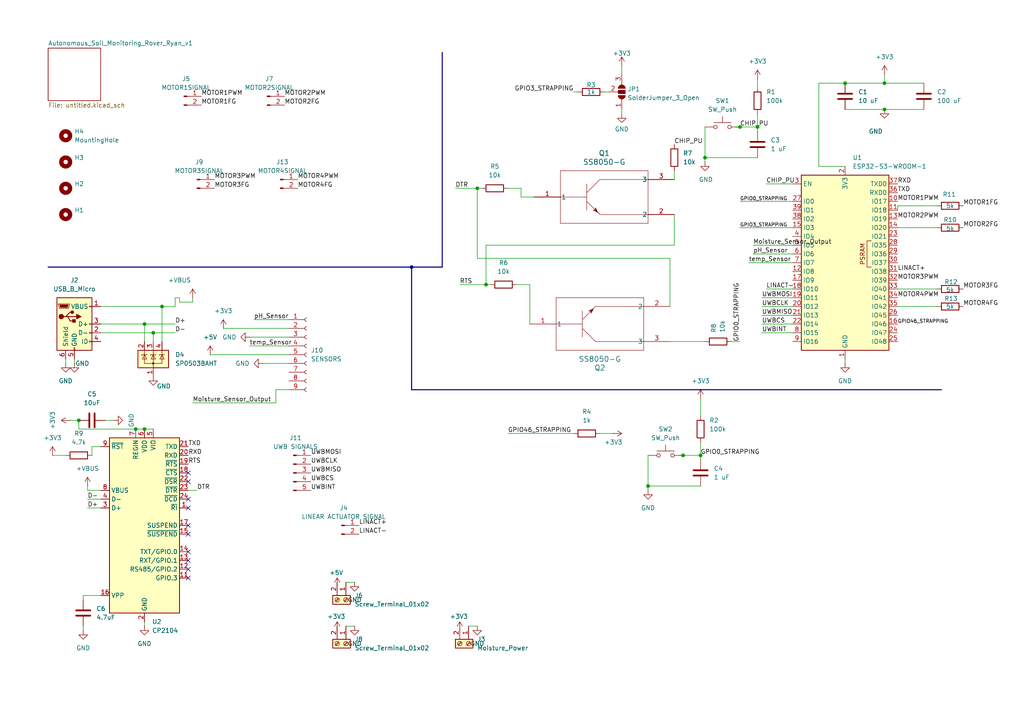
<source format=kicad_sch>
(kicad_sch (version 20231120) (generator "eeschema") (generator_version "8.0")
  (paper "A4")
  (lib_symbols
    (symbol "2024-11-11_01-31-27:SS8050-G" (pin_names (offset 0.254))
      (property "Reference" "Q" (at 20.32 12.7 0))
      (property "Value" "SS8050-G" (at 20.32 10.16 0))
      (symbol "SS8050-G_1_1"
        (polyline (pts (xy 7.62 -7.62) (xy 33.02 -7.62)) (stroke (width 0.127)))
        (polyline (pts (xy 7.62 0) (xy 15.24 0)) (stroke (width 0.127)))
        (polyline (pts (xy 7.62 7.62) (xy 7.62 -7.62)) (stroke (width 0.127)))
        (polyline (pts (xy 15.24 -1.27) (xy 17.78 -3.81)) (stroke (width 0.127)))
        (polyline (pts (xy 15.24 1.27) (xy 19.05 5.08)) (stroke (width 0.127)))
        (polyline (pts (xy 15.24 3.81) (xy 15.24 -3.81)) (stroke (width 0.127)))
        (polyline (pts (xy 17.145 -3.81) (xy 18.415 -4.445)) (stroke (width 0.127)))
        (polyline (pts (xy 17.78 -3.81) (xy 17.145 -3.81)) (stroke (width 0.127)))
        (polyline (pts (xy 17.78 -3.175) (xy 17.78 -3.81)) (stroke (width 0.127)))
        (polyline (pts (xy 18.415 -4.445) (xy 17.78 -3.175)) (stroke (width 0.127)))
        (polyline (pts (xy 18.415 -4.445) (xy 19.05 -5.08)) (stroke (width 0.127)))
        (polyline (pts (xy 19.05 -5.08) (xy 33.02 -5.08)) (stroke (width 0.127)))
        (polyline (pts (xy 19.05 5.08) (xy 33.02 5.08)) (stroke (width 0.127)))
        (polyline (pts (xy 33.02 -7.62) (xy 33.02 7.62)) (stroke (width 0.127)))
        (polyline (pts (xy 33.02 7.62) (xy 7.62 7.62)) (stroke (width 0.127)))
        (polyline (pts (xy 17.145 -3.81) (xy 17.78 -3.81) (xy 17.78 -3.175) (xy 18.415 -4.445)) (fill (type outline)))
        (pin unspecified line (at 0 0 0) (length 7.62) (name "1") (number "1"))
        (pin unspecified line (at 40.64 -5.08 180) (length 7.62) (name "2") (number "2"))
        (pin unspecified line (at 40.64 5.08 180) (length 7.62) (name "3") (number "3"))
      )
    )
    (symbol "Connector:Conn_01x02_Pin" (pin_names (offset 1.016) hide)
      (property "Reference" "J" (at 0 2.54 0))
      (property "Value" "Conn_01x02_Pin" (at 0 -5.08 0))
      (symbol "Conn_01x02_Pin_1_1"
        (polyline (pts (xy 1.27 -2.54) (xy 0.8636 -2.54)) (stroke (width 0.1524)))
        (polyline (pts (xy 1.27 0) (xy 0.8636 0)) (stroke (width 0.1524)))
        (rectangle (start 0.8636 -2.413) (end 0 -2.667) (stroke (width 0.1524)) (fill (type outline)))
        (rectangle (start 0.8636 0.127) (end 0 -0.127) (stroke (width 0.1524)) (fill (type outline)))
        (pin passive line (at 5.08 0 180) (length 3.81) (name "Pin_1") (number "1"))
        (pin passive line (at 5.08 -2.54 180) (length 3.81) (name "Pin_2") (number "2"))
      )
    )
    (symbol "Connector:Conn_01x05_Pin" (pin_names (offset 1.016) hide)
      (property "Reference" "J" (at 0 7.62 0))
      (property "Value" "Conn_01x05_Pin" (at 0 -7.62 0))
      (symbol "Conn_01x05_Pin_1_1"
        (polyline (pts (xy 1.27 -5.08) (xy 0.8636 -5.08)) (stroke (width 0.1524)))
        (polyline (pts (xy 1.27 -2.54) (xy 0.8636 -2.54)) (stroke (width 0.1524)))
        (polyline (pts (xy 1.27 0) (xy 0.8636 0)) (stroke (width 0.1524)))
        (polyline (pts (xy 1.27 2.54) (xy 0.8636 2.54)) (stroke (width 0.1524)))
        (polyline (pts (xy 1.27 5.08) (xy 0.8636 5.08)) (stroke (width 0.1524)))
        (rectangle (start 0.8636 -4.953) (end 0 -5.207) (stroke (width 0.1524)) (fill (type outline)))
        (rectangle (start 0.8636 -2.413) (end 0 -2.667) (stroke (width 0.1524)) (fill (type outline)))
        (rectangle (start 0.8636 0.127) (end 0 -0.127) (stroke (width 0.1524)) (fill (type outline)))
        (rectangle (start 0.8636 2.667) (end 0 2.413) (stroke (width 0.1524)) (fill (type outline)))
        (rectangle (start 0.8636 5.207) (end 0 4.953) (stroke (width 0.1524)) (fill (type outline)))
        (pin passive line (at 5.08 5.08 180) (length 3.81) (name "Pin_1") (number "1"))
        (pin passive line (at 5.08 2.54 180) (length 3.81) (name "Pin_2") (number "2"))
        (pin passive line (at 5.08 0 180) (length 3.81) (name "Pin_3") (number "3"))
        (pin passive line (at 5.08 -2.54 180) (length 3.81) (name "Pin_4") (number "4"))
        (pin passive line (at 5.08 -5.08 180) (length 3.81) (name "Pin_5") (number "5"))
      )
    )
    (symbol "Connector:Conn_01x09_Socket" (pin_names (offset 1.016) hide)
      (property "Reference" "J" (at 0 12.7 0))
      (property "Value" "Conn_01x09_Socket" (at 0 -12.7 0))
      (symbol "Conn_01x09_Socket_1_1"
        (arc (start 0 -9.652) (mid -0.5058 -10.16) (end 0 -10.668) (stroke (width 0.1524)))
        (arc (start 0 -7.112) (mid -0.5058 -7.62) (end 0 -8.128) (stroke (width 0.1524)))
        (arc (start 0 -4.572) (mid -0.5058 -5.08) (end 0 -5.588) (stroke (width 0.1524)))
        (arc (start 0 -2.032) (mid -0.5058 -2.54) (end 0 -3.048) (stroke (width 0.1524)))
        (polyline (pts (xy -1.27 -10.16) (xy -0.508 -10.16)) (stroke (width 0.1524)))
        (polyline (pts (xy -1.27 -7.62) (xy -0.508 -7.62)) (stroke (width 0.1524)))
        (polyline (pts (xy -1.27 -5.08) (xy -0.508 -5.08)) (stroke (width 0.1524)))
        (polyline (pts (xy -1.27 -2.54) (xy -0.508 -2.54)) (stroke (width 0.1524)))
        (polyline (pts (xy -1.27 0) (xy -0.508 0)) (stroke (width 0.1524)))
        (polyline (pts (xy -1.27 2.54) (xy -0.508 2.54)) (stroke (width 0.1524)))
        (polyline (pts (xy -1.27 5.08) (xy -0.508 5.08)) (stroke (width 0.1524)))
        (polyline (pts (xy -1.27 7.62) (xy -0.508 7.62)) (stroke (width 0.1524)))
        (polyline (pts (xy -1.27 10.16) (xy -0.508 10.16)) (stroke (width 0.1524)))
        (arc (start 0 0.508) (mid -0.5058 0) (end 0 -0.508) (stroke (width 0.1524)))
        (arc (start 0 3.048) (mid -0.5058 2.54) (end 0 2.032) (stroke (width 0.1524)))
        (arc (start 0 5.588) (mid -0.5058 5.08) (end 0 4.572) (stroke (width 0.1524)))
        (arc (start 0 8.128) (mid -0.5058 7.62) (end 0 7.112) (stroke (width 0.1524)))
        (arc (start 0 10.668) (mid -0.5058 10.16) (end 0 9.652) (stroke (width 0.1524)))
        (pin passive line (at -5.08 10.16 0) (length 3.81) (name "Pin_1") (number "1"))
        (pin passive line (at -5.08 7.62 0) (length 3.81) (name "Pin_2") (number "2"))
        (pin passive line (at -5.08 5.08 0) (length 3.81) (name "Pin_3") (number "3"))
        (pin passive line (at -5.08 2.54 0) (length 3.81) (name "Pin_4") (number "4"))
        (pin passive line (at -5.08 0 0) (length 3.81) (name "Pin_5") (number "5"))
        (pin passive line (at -5.08 -2.54 0) (length 3.81) (name "Pin_6") (number "6"))
        (pin passive line (at -5.08 -5.08 0) (length 3.81) (name "Pin_7") (number "7"))
        (pin passive line (at -5.08 -7.62 0) (length 3.81) (name "Pin_8") (number "8"))
        (pin passive line (at -5.08 -10.16 0) (length 3.81) (name "Pin_9") (number "9"))
      )
    )
    (symbol "Connector:Screw_Terminal_01x02" (pin_names (offset 1.016) hide)
      (property "Reference" "J" (at 0 2.54 0))
      (property "Value" "Screw_Terminal_01x02" (at 0 -5.08 0))
      (symbol "Screw_Terminal_01x02_1_1"
        (rectangle (start -1.27 1.27) (end 1.27 -3.81) (stroke (width 0.254)) (fill (type background)))
        (circle (center 0 -2.54) (radius 0.635) (stroke (width 0.1524)))
        (polyline (pts (xy -0.5334 -2.2098) (xy 0.3302 -3.048)) (stroke (width 0.1524)))
        (polyline (pts (xy -0.5334 0.3302) (xy 0.3302 -0.508)) (stroke (width 0.1524)))
        (polyline (pts (xy -0.3556 -2.032) (xy 0.508 -2.8702)) (stroke (width 0.1524)))
        (polyline (pts (xy -0.3556 0.508) (xy 0.508 -0.3302)) (stroke (width 0.1524)))
        (circle (center 0 0) (radius 0.635) (stroke (width 0.1524)))
        (pin passive line (at -5.08 0 0) (length 3.81) (name "Pin_1") (number "1"))
        (pin passive line (at -5.08 -2.54 0) (length 3.81) (name "Pin_2") (number "2"))
      )
    )
    (symbol "Connector:USB_B_Micro" (pin_names (offset 1.016))
      (property "Reference" "J" (at -5.08 11.43 0))
      (property "Value" "USB_B_Micro" (at -5.08 8.89 0))
      (symbol "USB_B_Micro_0_1"
        (rectangle (start -5.08 -7.62) (end 5.08 7.62) (stroke (width 0.254)) (fill (type background)))
        (circle (center -3.81 2.159) (radius 0.635) (stroke (width 0.254)) (fill (type outline)))
        (circle (center -0.635 3.429) (radius 0.381) (stroke (width 0.254)) (fill (type outline)))
        (rectangle (start -0.127 -7.62) (end 0.127 -6.858))
        (polyline (pts (xy -1.905 2.159) (xy 0.635 2.159)) (stroke (width 0.254)))
        (polyline (pts (xy -3.175 2.159) (xy -2.54 2.159) (xy -1.27 3.429) (xy -0.635 3.429)) (stroke (width 0.254)))
        (polyline (pts (xy -2.54 2.159) (xy -1.905 2.159) (xy -1.27 0.889) (xy 0 0.889)) (stroke (width 0.254)))
        (polyline (pts (xy 0.635 2.794) (xy 0.635 1.524) (xy 1.905 2.159) (xy 0.635 2.794)) (stroke (width 0.254)) (fill (type outline)))
        (polyline (pts (xy -4.318 5.588) (xy -1.778 5.588) (xy -2.032 4.826) (xy -4.064 4.826) (xy -4.318 5.588)) (fill (type outline)))
        (polyline (pts (xy -4.699 5.842) (xy -4.699 5.588) (xy -4.445 4.826) (xy -4.445 4.572) (xy -1.651 4.572) (xy -1.651 4.826) (xy -1.397 5.588) (xy -1.397 5.842) (xy -4.699 5.842)))
        (rectangle (start 0.254 1.27) (end -0.508 0.508) (stroke (width 0.254)) (fill (type outline)))
        (rectangle (start 5.08 -5.207) (end 4.318 -4.953))
        (rectangle (start 5.08 -2.667) (end 4.318 -2.413))
        (rectangle (start 5.08 -0.127) (end 4.318 0.127))
        (rectangle (start 5.08 4.953) (end 4.318 5.207))
      )
      (symbol "USB_B_Micro_1_1"
        (pin power_out line (at 7.62 5.08 180) (length 2.54) (name "VBUS") (number "1"))
        (pin bidirectional line (at 7.62 -2.54 180) (length 2.54) (name "D-") (number "2"))
        (pin bidirectional line (at 7.62 0 180) (length 2.54) (name "D+") (number "3"))
        (pin passive line (at 7.62 -5.08 180) (length 2.54) (name "ID") (number "4"))
        (pin power_out line (at 0 -10.16 90) (length 2.54) (name "GND") (number "5"))
        (pin passive line (at -2.54 -10.16 90) (length 2.54) (name "Shield") (number "6"))
      )
    )
    (symbol "Device:C" (pin_numbers hide) (pin_names (offset 0.254))
      (property "Reference" "C" (at 0.635 2.54 0))
      (property "Value" "C" (at 0.635 -2.54 0))
      (symbol "C_0_1"
        (polyline (pts (xy -2.032 -0.762) (xy 2.032 -0.762)) (stroke (width 0.508)))
        (polyline (pts (xy -2.032 0.762) (xy 2.032 0.762)) (stroke (width 0.508)))
      )
      (symbol "C_1_1"
        (pin passive line (at 0 3.81 270) (length 2.794) (name "~") (number "1"))
        (pin passive line (at 0 -3.81 90) (length 2.794) (name "~") (number "2"))
      )
    )
    (symbol "Device:R" (pin_numbers hide) (pin_names (offset 0))
      (property "Reference" "R" (at 2.032 0 90))
      (property "Value" "R" (at 0 0 90))
      (symbol "R_0_1"
        (rectangle (start -1.016 -2.54) (end 1.016 2.54) (stroke (width 0.254)))
      )
      (symbol "R_1_1"
        (pin passive line (at 0 3.81 270) (length 1.27) (name "~") (number "1"))
        (pin passive line (at 0 -3.81 90) (length 1.27) (name "~") (number "2"))
      )
    )
    (symbol "Interface_USB:CP2104"
      (property "Reference" "U" (at -5.08 28.575 0))
      (property "Value" "CP2104" (at -5.08 26.67 0))
      (symbol "CP2104_1_1"
        (rectangle (start -10.16 25.4) (end 10.16 -25.4) (stroke (width 0.254)) (fill (type background)))
        (pin input line (at 12.7 5.08 180) (length 2.54) (name "~{RI}") (number "1"))
        (pin no_connect line (at 10.16 -20.32 180) (length 2.54) hide (name "NC") (number "10"))
        (pin bidirectional line (at 12.7 -15.24 180) (length 2.54) (name "GPIO.3") (number "11"))
        (pin bidirectional line (at 12.7 -12.7 180) (length 2.54) (name "RS485/GPIO.2") (number "12"))
        (pin bidirectional line (at 12.7 -10.16 180) (length 2.54) (name "RXT/GPIO.1") (number "13"))
        (pin bidirectional line (at 12.7 -7.62 180) (length 2.54) (name "TXT/GPIO.0") (number "14"))
        (pin output line (at 12.7 -2.54 180) (length 2.54) (name "~{SUSPEND}") (number "15"))
        (pin passive line (at -12.7 -20.32 0) (length 2.54) (name "VPP") (number "16"))
        (pin output line (at 12.7 0 180) (length 2.54) (name "SUSPEND") (number "17"))
        (pin input line (at 12.7 15.24 180) (length 2.54) (name "~{CTS}") (number "18"))
        (pin output line (at 12.7 17.78 180) (length 2.54) (name "~{RTS}") (number "19"))
        (pin power_in line (at 0 -27.94 90) (length 2.54) (name "GND") (number "2"))
        (pin input line (at 12.7 20.32 180) (length 2.54) (name "RXD") (number "20"))
        (pin output line (at 12.7 22.86 180) (length 2.54) (name "TXD") (number "21"))
        (pin input line (at 12.7 12.7 180) (length 2.54) (name "~{DSR}") (number "22"))
        (pin output line (at 12.7 10.16 180) (length 2.54) (name "~{DTR}") (number "23"))
        (pin input line (at 12.7 7.62 180) (length 2.54) (name "~{DCD}") (number "24"))
        (pin passive line (at 0 -27.94 90) (length 2.54) hide (name "GND") (number "25"))
        (pin bidirectional line (at -12.7 5.08 0) (length 2.54) (name "D+") (number "3"))
        (pin bidirectional line (at -12.7 7.62 0) (length 2.54) (name "D-") (number "4"))
        (pin power_in line (at 2.54 27.94 270) (length 2.54) (name "VIO") (number "5"))
        (pin power_in line (at 0 27.94 270) (length 2.54) (name "VDD") (number "6"))
        (pin power_in line (at -2.54 27.94 270) (length 2.54) (name "REGIN") (number "7"))
        (pin input line (at -12.7 10.16 0) (length 2.54) (name "VBUS") (number "8"))
        (pin bidirectional line (at -12.7 22.86 0) (length 2.54) (name "~{RST}") (number "9"))
      )
    )
    (symbol "Jumper:SolderJumper_3_Open" (pin_names (offset 0) hide)
      (property "Reference" "JP" (at -2.54 -2.54 0))
      (property "Value" "SolderJumper_3_Open" (at 0 2.794 0))
      (symbol "SolderJumper_3_Open_0_1"
        (arc (start -1.016 1.016) (mid -2.0275 0) (end -1.016 -1.016))
        (arc (start -1.016 1.016) (mid -2.0275 0) (end -1.016 -1.016) (fill (type outline)))
        (rectangle (start -0.508 1.016) (end 0.508 -1.016) (fill (type outline)))
        (polyline (pts (xy -2.54 0) (xy -2.032 0)))
        (polyline (pts (xy -1.016 1.016) (xy -1.016 -1.016)))
        (polyline (pts (xy 0 -1.27) (xy 0 -1.016)))
        (polyline (pts (xy 1.016 1.016) (xy 1.016 -1.016)))
        (polyline (pts (xy 2.54 0) (xy 2.032 0)))
        (arc (start 1.016 -1.016) (mid 2.0275 0) (end 1.016 1.016))
        (arc (start 1.016 -1.016) (mid 2.0275 0) (end 1.016 1.016) (fill (type outline)))
      )
      (symbol "SolderJumper_3_Open_1_1"
        (pin passive line (at -5.08 0 0) (length 2.54) (name "A") (number "1"))
        (pin passive line (at 0 -3.81 90) (length 2.54) (name "C") (number "2"))
        (pin passive line (at 5.08 0 180) (length 2.54) (name "B") (number "3"))
      )
    )
    (symbol "Mechanical:MountingHole" (pin_names (offset 1.016)) (exclude_from_sim yes) (in_bom no)
      (property "Reference" "H" (at 0 5.08 0))
      (property "Value" "MountingHole" (at 0 3.175 0))
      (symbol "MountingHole_0_1"
        (circle (center 0 0) (radius 1.27) (stroke (width 1.27)))
      )
    )
    (symbol "Power_Protection:SP0503BAHT" (pin_names hide)
      (property "Reference" "D" (at 5.715 2.54 0))
      (property "Value" "SP0503BAHT" (at 5.715 0.635 0))
      (symbol "SP0503BAHT_0_0"
        (pin passive line (at 0 -5.08 90) (length 2.54) (name "A") (number "1"))
      )
      (symbol "SP0503BAHT_0_1"
        (rectangle (start -4.445 2.54) (end 4.445 -2.54) (stroke (width 0.254)) (fill (type background)))
        (circle (center 0 -1.27) (radius 0.254) (fill (type outline)))
        (polyline (pts (xy -2.54 2.54) (xy -2.54 1.27)))
        (polyline (pts (xy 0 -1.27) (xy 0 -2.54)))
        (polyline (pts (xy 0 -1.27) (xy 0 1.27)))
        (polyline (pts (xy 0 2.54) (xy 0 1.27)))
        (polyline (pts (xy 0.635 1.27) (xy 0.762 1.27)))
        (polyline (pts (xy 2.54 2.54) (xy 2.54 1.27)))
        (polyline (pts (xy 0.635 1.27) (xy -0.762 1.27) (xy -0.762 1.016)))
        (polyline (pts (xy -3.302 1.016) (xy -3.302 1.27) (xy -1.905 1.27) (xy -1.778 1.27)))
        (polyline (pts (xy -2.54 1.27) (xy -2.54 -1.27) (xy 2.54 -1.27) (xy 2.54 1.27)))
        (polyline (pts (xy -2.54 1.27) (xy -1.905 0) (xy -3.175 0) (xy -2.54 1.27)))
        (polyline (pts (xy 0.635 0) (xy -0.635 0) (xy 0 1.27) (xy 0.635 0)))
        (polyline (pts (xy 1.778 1.016) (xy 1.778 1.27) (xy 3.175 1.27) (xy 3.302 1.27)))
        (polyline (pts (xy 2.54 1.27) (xy 1.905 0) (xy 3.175 0) (xy 2.54 1.27)))
      )
      (symbol "SP0503BAHT_1_1"
        (pin passive line (at -2.54 5.08 270) (length 2.54) (name "K") (number "2"))
        (pin passive line (at 0 5.08 270) (length 2.54) (name "K") (number "3"))
        (pin passive line (at 2.54 5.08 270) (length 2.54) (name "K") (number "4"))
      )
    )
    (symbol "RF_Module:ESP32-S3-WROOM-1"
      (property "Reference" "U" (at -12.7 26.67 0))
      (property "Value" "ESP32-S3-WROOM-1" (at 12.7 26.67 0))
      (symbol "ESP32-S3-WROOM-1_0_0"
        (rectangle (start -12.7 25.4) (end 12.7 -25.4) (stroke (width 0.254)) (fill (type background)))
        (text "PSRAM" (at 5.08 2.54 900) (effects (font (size 1.27 1.27))))
      )
      (symbol "ESP32-S3-WROOM-1_0_1"
        (polyline (pts (xy 7.62 -1.27) (xy 6.35 -1.27) (xy 6.35 6.35) (xy 7.62 6.35)))
      )
      (symbol "ESP32-S3-WROOM-1_1_1"
        (pin power_in line (at 0 -27.94 90) (length 2.54) (name "GND") (number "1"))
        (pin bidirectional line (at 15.24 17.78 180) (length 2.54) (name "IO17") (number "10"))
        (pin bidirectional line (at 15.24 15.24 180) (length 2.54) (name "IO18") (number "11"))
        (pin bidirectional line (at -15.24 -2.54 0) (length 2.54) (name "IO8") (number "12"))
        (pin bidirectional line (at 15.24 12.7 180) (length 2.54) (name "IO19") (number "13"))
        (pin bidirectional line (at 15.24 10.16 180) (length 2.54) (name "IO20") (number "14"))
        (pin bidirectional line (at -15.24 10.16 0) (length 2.54) (name "IO3") (number "15"))
        (pin bidirectional line (at 15.24 -17.78 180) (length 2.54) (name "IO46") (number "16"))
        (pin bidirectional line (at -15.24 -5.08 0) (length 2.54) (name "IO9") (number "17"))
        (pin bidirectional line (at -15.24 -7.62 0) (length 2.54) (name "IO10") (number "18"))
        (pin bidirectional line (at -15.24 -10.16 0) (length 2.54) (name "IO11") (number "19"))
        (pin power_in line (at 0 27.94 270) (length 2.54) (name "3V3") (number "2"))
        (pin bidirectional line (at -15.24 -12.7 0) (length 2.54) (name "IO12") (number "20"))
        (pin bidirectional line (at -15.24 -15.24 0) (length 2.54) (name "IO13") (number "21"))
        (pin bidirectional line (at -15.24 -17.78 0) (length 2.54) (name "IO14") (number "22"))
        (pin bidirectional line (at 15.24 7.62 180) (length 2.54) (name "IO21") (number "23"))
        (pin bidirectional line (at 15.24 -20.32 180) (length 2.54) (name "IO47") (number "24"))
        (pin bidirectional line (at 15.24 -22.86 180) (length 2.54) (name "IO48") (number "25"))
        (pin bidirectional line (at 15.24 -15.24 180) (length 2.54) (name "IO45") (number "26"))
        (pin bidirectional line (at -15.24 17.78 0) (length 2.54) (name "IO0") (number "27"))
        (pin bidirectional line (at 15.24 5.08 180) (length 2.54) (name "IO35") (number "28"))
        (pin bidirectional line (at 15.24 2.54 180) (length 2.54) (name "IO36") (number "29"))
        (pin input line (at -15.24 22.86 0) (length 2.54) (name "EN") (number "3"))
        (pin bidirectional line (at 15.24 0 180) (length 2.54) (name "IO37") (number "30"))
        (pin bidirectional line (at 15.24 -2.54 180) (length 2.54) (name "IO38") (number "31"))
        (pin bidirectional line (at 15.24 -5.08 180) (length 2.54) (name "IO39") (number "32"))
        (pin bidirectional line (at 15.24 -7.62 180) (length 2.54) (name "IO40") (number "33"))
        (pin bidirectional line (at 15.24 -10.16 180) (length 2.54) (name "IO41") (number "34"))
        (pin bidirectional line (at 15.24 -12.7 180) (length 2.54) (name "IO42") (number "35"))
        (pin bidirectional line (at 15.24 20.32 180) (length 2.54) (name "RXD0") (number "36"))
        (pin bidirectional line (at 15.24 22.86 180) (length 2.54) (name "TXD0") (number "37"))
        (pin bidirectional line (at -15.24 12.7 0) (length 2.54) (name "IO2") (number "38"))
        (pin bidirectional line (at -15.24 15.24 0) (length 2.54) (name "IO1") (number "39"))
        (pin bidirectional line (at -15.24 7.62 0) (length 2.54) (name "IO4") (number "4"))
        (pin passive line (at 0 -27.94 90) (length 2.54) hide (name "GND") (number "40"))
        (pin passive line (at 0 -27.94 90) (length 2.54) hide (name "GND") (number "41"))
        (pin bidirectional line (at -15.24 5.08 0) (length 2.54) (name "IO5") (number "5"))
        (pin bidirectional line (at -15.24 2.54 0) (length 2.54) (name "IO6") (number "6"))
        (pin bidirectional line (at -15.24 0 0) (length 2.54) (name "IO7") (number "7"))
        (pin bidirectional line (at -15.24 -20.32 0) (length 2.54) (name "IO15") (number "8"))
        (pin bidirectional line (at -15.24 -22.86 0) (length 2.54) (name "IO16") (number "9"))
      )
    )
    (symbol "Switch:SW_Push" (pin_numbers hide) (pin_names (offset 1.016) hide)
      (property "Reference" "SW" (at 1.27 2.54 0))
      (property "Value" "SW_Push" (at 0 -1.524 0))
      (symbol "SW_Push_0_1"
        (circle (center -2.032 0) (radius 0.508))
        (polyline (pts (xy 0 1.27) (xy 0 3.048)))
        (polyline (pts (xy 2.54 1.27) (xy -2.54 1.27)))
        (circle (center 2.032 0) (radius 0.508))
        (pin passive line (at -5.08 0 0) (length 2.54) (name "1") (number "1"))
        (pin passive line (at 5.08 0 180) (length 2.54) (name "2") (number "2"))
      )
    )
    (symbol "basic:R" (pin_numbers hide) (pin_names (offset 0))
      (property "Value" "R" (at 0 0 90))
      (symbol "R_0_1"
        (rectangle (start -1.016 -2.54) (end 1.016 2.54) (stroke (width 0.254)))
      )
      (symbol "R_1_1"
        (pin passive line (at 0 3.81 270) (length 1.27) (name "~") (number "1"))
        (pin passive line (at 0 -3.81 90) (length 1.27) (name "~") (number "2"))
      )
    )
    (symbol "power:+12V" (power) (pin_numbers hide) (pin_names (offset 0) hide)
      (property "Value" "+12V" (at 0 3.556 0))
      (symbol "+12V_0_1"
        (polyline (pts (xy -0.762 1.27) (xy 0 2.54)))
        (polyline (pts (xy 0 0) (xy 0 2.54)))
        (polyline (pts (xy 0 2.54) (xy 0.762 1.27)))
      )
      (symbol "+12V_1_1"
        (pin power_in line (at 0 0 90) (length 0) (name "~") (number "1"))
      )
    )
    (symbol "power:+3V3" (power) (pin_numbers hide) (pin_names (offset 0) hide)
      (property "Value" "+3V3" (at 0 3.556 0))
      (symbol "+3V3_0_1"
        (polyline (pts (xy -0.762 1.27) (xy 0 2.54)))
        (polyline (pts (xy 0 0) (xy 0 2.54)))
        (polyline (pts (xy 0 2.54) (xy 0.762 1.27)))
      )
      (symbol "+3V3_1_1"
        (pin power_in line (at 0 0 90) (length 0) (name "~") (number "1"))
      )
    )
    (symbol "power:+5V" (power) (pin_numbers hide) (pin_names (offset 0) hide)
      (property "Value" "+5V" (at 0 3.556 0))
      (symbol "+5V_0_1"
        (polyline (pts (xy -0.762 1.27) (xy 0 2.54)))
        (polyline (pts (xy 0 0) (xy 0 2.54)))
        (polyline (pts (xy 0 2.54) (xy 0.762 1.27)))
      )
      (symbol "+5V_1_1"
        (pin power_in line (at 0 0 90) (length 0) (name "~") (number "1"))
      )
    )
    (symbol "power:GND" (power) (pin_numbers hide) (pin_names (offset 0) hide)
      (property "Value" "GND" (at 0 -3.81 0))
      (symbol "GND_0_1"
        (polyline (pts (xy 0 0) (xy 0 -1.27) (xy 1.27 -1.27) (xy 0 -2.54) (xy -1.27 -1.27) (xy 0 -1.27)))
      )
      (symbol "GND_1_1"
        (pin power_in line (at 0 0 270) (length 0) (name "~") (number "1"))
      )
    )
  )
  (junction (at 39.37 124.46))
  (junction (at 187.96 140.97))
  (junction (at 119.38 77.47))
  (junction (at 44.45 96.52))
  (junction (at 256.54 24.13))
  (junction (at 46.99 88.9))
  (junction (at 138.43 54.61))
  (junction (at 219.71 36.83))
  (junction (at 245.11 24.13))
  (junction (at 140.97 82.55))
  (junction (at 203.2 132.08))
  (junction (at 41.91 124.46))
  (junction (at 22.86 121.92))
  (junction (at 204.47 45.72))
  (junction (at 214.63 36.83))
  (junction (at 41.91 93.98))
  (junction (at 198.12 132.08))
  (junction (at 256.54 31.75))
  (no_connect (at 54.61 152.4))
  (no_connect (at 54.61 162.56))
  (no_connect (at 54.61 139.7))
  (no_connect (at 54.61 167.64))
  (no_connect (at 54.61 137.16))
  (no_connect (at 54.61 165.1))
  (no_connect (at 54.61 154.94))
  (no_connect (at 54.61 160.02))
  (no_connect (at 54.61 147.32))
  (no_connect (at 54.61 144.78))
  (wire (pts (xy 132.08 54.61) (xy 138.43 54.61)))
  (wire (pts (xy 204.47 45.72) (xy 204.47 46.99)))
  (wire (pts (xy 39.37 124.46) (xy 41.91 124.46)))
  (wire (pts (xy 220.98 96.52) (xy 229.87 96.52)))
  (wire (pts (xy 218.44 71.12) (xy 229.87 71.12)))
  (wire (pts (xy 26.67 132.08) (xy 26.67 129.54)))
  (wire (pts (xy 222.25 53.34) (xy 229.87 53.34)))
  (wire (pts (xy 80.01 116.84) (xy 80.01 113.03)))
  (wire (pts (xy 44.45 96.52) (xy 44.45 99.06)))
  (wire (pts (xy 166.37 26.67) (xy 167.64 26.67)))
  (wire (pts (xy 195.58 71.12) (xy 195.58 62.23)))
  (wire (pts (xy 26.67 129.54) (xy 29.21 129.54)))
  (wire (pts (xy 187.96 140.97) (xy 187.96 142.24)))
  (wire (pts (xy 52.07 87.63) (xy 55.88 87.63)))
  (wire (pts (xy 245.11 105.41) (xy 245.11 104.14)))
  (wire (pts (xy 219.71 36.83) (xy 219.71 38.1)))
  (wire (pts (xy 204.47 45.72) (xy 219.71 45.72)))
  (wire (pts (xy 60.96 102.87) (xy 83.82 102.87)))
  (wire (pts (xy 212.09 99.06) (xy 214.63 99.06)))
  (wire (pts (xy 214.63 36.83) (xy 219.71 36.83)))
  (wire (pts (xy 76.2 105.41) (xy 83.82 105.41)))
  (wire (pts (xy 195.58 49.53) (xy 195.58 52.07)))
  (wire (pts (xy 41.91 124.46) (xy 44.45 124.46)))
  (bus (pts (xy 13.97 77.47) (xy 119.38 77.47)))
  (wire (pts (xy 46.99 88.9) (xy 50.8 88.9)))
  (wire (pts (xy 204.47 36.83) (xy 204.47 45.72)))
  (wire (pts (xy 154.94 57.15) (xy 151.13 57.15)))
  (wire (pts (xy 220.98 91.44) (xy 229.87 91.44)))
  (wire (pts (xy 271.78 83.82) (xy 260.35 83.82)))
  (wire (pts (xy 219.71 22.86) (xy 219.71 25.4)))
  (wire (pts (xy 194.31 99.06) (xy 204.47 99.06)))
  (wire (pts (xy 80.01 113.03) (xy 83.82 113.03)))
  (wire (pts (xy 214.63 66.04) (xy 229.87 66.04)))
  (wire (pts (xy 41.91 93.98) (xy 41.91 99.06)))
  (wire (pts (xy 217.17 76.2) (xy 229.87 76.2)))
  (wire (pts (xy 138.43 54.61) (xy 138.43 74.93)))
  (wire (pts (xy 196.85 132.08) (xy 198.12 132.08)))
  (wire (pts (xy 271.78 88.9) (xy 260.35 88.9)))
  (wire (pts (xy 44.45 96.52) (xy 50.8 96.52)))
  (wire (pts (xy 73.66 92.71) (xy 83.82 92.71)))
  (wire (pts (xy 25.4 147.32) (xy 29.21 147.32)))
  (wire (pts (xy 97.79 182.88) (xy 97.79 181.61)))
  (wire (pts (xy 187.96 132.08) (xy 187.96 140.97)))
  (wire (pts (xy 220.98 93.98) (xy 229.87 93.98)))
  (wire (pts (xy 271.78 59.69) (xy 260.35 59.69)))
  (wire (pts (xy 256.54 21.59) (xy 256.54 24.13)))
  (wire (pts (xy 50.8 86.36) (xy 52.07 86.36)))
  (wire (pts (xy 72.39 100.33) (xy 83.82 100.33)))
  (wire (pts (xy 173.99 125.73) (xy 177.8 125.73)))
  (wire (pts (xy 29.21 96.52) (xy 44.45 96.52)))
  (wire (pts (xy 138.43 54.61) (xy 139.7 54.61)))
  (wire (pts (xy 180.34 19.05) (xy 180.34 21.59)))
  (wire (pts (xy 140.97 82.55) (xy 142.24 82.55)))
  (wire (pts (xy 55.88 116.84) (xy 80.01 116.84)))
  (wire (pts (xy 203.2 115.57) (xy 203.2 120.65)))
  (wire (pts (xy 214.63 58.42) (xy 229.87 58.42)))
  (wire (pts (xy 22.86 121.92) (xy 22.86 124.46)))
  (wire (pts (xy 237.49 48.26) (xy 245.11 48.26)))
  (wire (pts (xy 55.88 87.63) (xy 55.88 86.36)))
  (wire (pts (xy 20.32 121.92) (xy 22.86 121.92)))
  (wire (pts (xy 100.33 168.91) (xy 102.87 168.91)))
  (wire (pts (xy 97.79 170.18) (xy 97.79 168.91)))
  (wire (pts (xy 245.11 24.13) (xy 256.54 24.13)))
  (wire (pts (xy 133.35 82.55) (xy 140.97 82.55)))
  (wire (pts (xy 46.99 99.06) (xy 46.99 88.9)))
  (wire (pts (xy 237.49 24.13) (xy 237.49 48.26)))
  (wire (pts (xy 153.67 82.55) (xy 149.86 82.55)))
  (bus (pts (xy 128.27 15.24) (xy 128.27 77.47)))
  (wire (pts (xy 203.2 132.08) (xy 203.2 128.27)))
  (wire (pts (xy 52.07 86.36) (xy 52.07 87.63)))
  (wire (pts (xy 153.67 93.98) (xy 153.67 82.55)))
  (wire (pts (xy 135.89 181.61) (xy 138.43 181.61)))
  (wire (pts (xy 203.2 132.08) (xy 203.2 133.35)))
  (wire (pts (xy 24.13 173.99) (xy 24.13 172.72)))
  (wire (pts (xy 175.26 26.67) (xy 176.53 26.67)))
  (wire (pts (xy 256.54 24.13) (xy 267.97 24.13)))
  (wire (pts (xy 33.02 121.92) (xy 30.48 121.92)))
  (wire (pts (xy 29.21 142.24) (xy 25.4 142.24)))
  (wire (pts (xy 50.8 88.9) (xy 50.8 86.36)))
  (wire (pts (xy 151.13 57.15) (xy 151.13 54.61)))
  (bus (pts (xy 119.38 113.03) (xy 273.05 113.03)))
  (wire (pts (xy 19.05 105.41) (xy 19.05 104.14)))
  (wire (pts (xy 29.21 93.98) (xy 41.91 93.98)))
  (wire (pts (xy 64.77 95.25) (xy 83.82 95.25)))
  (wire (pts (xy 25.4 144.78) (xy 29.21 144.78)))
  (wire (pts (xy 41.91 181.61) (xy 41.91 180.34)))
  (wire (pts (xy 100.33 181.61) (xy 102.87 181.61)))
  (wire (pts (xy 220.98 86.36) (xy 229.87 86.36)))
  (wire (pts (xy 218.44 73.66) (xy 229.87 73.66)))
  (bus (pts (xy 119.38 77.47) (xy 128.27 77.47)))
  (wire (pts (xy 21.59 104.14) (xy 21.59 105.41)))
  (wire (pts (xy 147.32 125.73) (xy 166.37 125.73)))
  (bus (pts (xy 119.38 77.47) (xy 119.38 113.03)))
  (wire (pts (xy 180.34 31.75) (xy 180.34 33.02)))
  (wire (pts (xy 22.86 124.46) (xy 39.37 124.46)))
  (wire (pts (xy 29.21 88.9) (xy 46.99 88.9)))
  (wire (pts (xy 187.96 140.97) (xy 203.2 140.97)))
  (wire (pts (xy 15.24 132.08) (xy 19.05 132.08)))
  (wire (pts (xy 198.12 132.08) (xy 203.2 132.08)))
  (wire (pts (xy 133.35 182.88) (xy 133.35 181.61)))
  (wire (pts (xy 41.91 93.98) (xy 50.8 93.98)))
  (wire (pts (xy 260.35 59.69) (xy 260.35 60.96)))
  (wire (pts (xy 260.35 66.04) (xy 271.78 66.04)))
  (wire (pts (xy 151.13 54.61) (xy 147.32 54.61)))
  (wire (pts (xy 219.71 36.83) (xy 219.71 33.02)))
  (wire (pts (xy 57.15 142.24) (xy 54.61 142.24)))
  (wire (pts (xy 140.97 71.12) (xy 195.58 71.12)))
  (wire (pts (xy 24.13 182.88) (xy 24.13 181.61)))
  (wire (pts (xy 222.25 83.82) (xy 229.87 83.82)))
  (wire (pts (xy 138.43 74.93) (xy 194.31 74.93)))
  (wire (pts (xy 256.54 31.75) (xy 267.97 31.75)))
  (wire (pts (xy 25.4 142.24) (xy 25.4 140.97)))
  (wire (pts (xy 237.49 24.13) (xy 245.11 24.13)))
  (wire (pts (xy 213.36 36.83) (xy 214.63 36.83)))
  (wire (pts (xy 24.13 172.72) (xy 29.21 172.72)))
  (wire (pts (xy 194.31 74.93) (xy 194.31 88.9)))
  (wire (pts (xy 140.97 82.55) (xy 140.97 71.12)))
  (wire (pts (xy 72.39 97.79) (xy 83.82 97.79)))
  (wire (pts (xy 220.98 88.9) (xy 229.87 88.9)))
  (wire (pts (xy 245.11 31.75) (xy 256.54 31.75)))
  (label "UWBCLK" (at 90.17 134.62 0))
  (label "GPIO0_STRAPPING" (at 203.2 132.08 0))
  (label "RXD" (at 54.61 132.08 0))
  (label "UWBMISO" (at 220.98 91.44 0))
  (label "temp_Sensor" (at 72.39 100.33 0))
  (label "GPIO3_STRAPPING" (at 166.37 26.67 180))
  (label "MOTOR4FG" (at 279.4 88.9 0))
  (label "MOTOR4FG" (at 86.36 54.61 0))
  (label "UWBINT" (at 220.98 96.52 0))
  (label "TXD" (at 54.61 129.54 0))
  (label "MOTOR1FG" (at 279.4 59.69 0))
  (label "CHIP_PU" (at 214.63 36.83 0))
  (label "UWBINT" (at 90.17 142.24 0))
  (label "GPIO46_STRAPPING" (at 147.32 125.73 0))
  (label "MOTOR1FG" (at 58.42 30.48 0))
  (label "LINACT+" (at 260.35 78.74 0))
  (label "D-" (at 50.8 96.52 0))
  (label "MOTOR4PWM" (at 260.35 86.36 0))
  (label "LINACT-" (at 222.25 83.82 0))
  (label "MOTOR1PWM" (at 58.42 27.94 0))
  (label "RXD" (at 260.35 53.34 0))
  (label "LINACT-" (at 104.14 154.94 0))
  (label "UWBMOSI" (at 90.17 132.08 0))
  (label "UWBMOSI" (at 220.98 86.36 0))
  (label "pH_Sensor" (at 73.66 92.71 0))
  (label "MOTOR4PWM" (at 86.36 52.07 0))
  (label "TXD" (at 260.35 55.88 0))
  (label "Moisture_Sensor_Output" (at 218.44 71.12 0))
  (label "GPIO46_STRAPPING" (at 260.35 93.98 0) (effects (font (size 1.016 1.016))))
  (label "LINACT+" (at 104.14 152.4 0))
  (label "Moisture_Sensor_Output" (at 55.88 116.84 0))
  (label "GPIO0_STRAPPING" (at 214.63 58.42 0) (effects (font (size 1.016 1.016))))
  (label "UWBCS" (at 220.98 93.98 0))
  (label "RTS" (at 54.61 134.62 0))
  (label "D+" (at 25.4 147.32 0))
  (label "MOTOR2PWM" (at 260.35 63.5 0))
  (label "DTR" (at 57.15 142.24 0))
  (label "MOTOR2FG" (at 279.4 66.04 0))
  (label "MOTOR3PWM" (at 62.23 52.07 0))
  (label "MOTOR3FG" (at 279.4 83.82 0))
  (label "MOTOR1PWM" (at 260.35 58.42 0))
  (label "MOTOR3FG" (at 62.23 54.61 0))
  (label "DTR" (at 132.08 54.61 0))
  (label "MOTOR2PWM" (at 82.55 27.94 0))
  (label "CHIP_PU" (at 195.58 41.91 0))
  (label "RTS" (at 133.35 82.55 0))
  (label "GPIO0_STRAPPING" (at 214.63 99.06 90))
  (label "CHIP_PU" (at 222.25 53.34 0))
  (label "UWBCLK" (at 220.98 88.9 0))
  (label "GPIO3_STRAPPING" (at 214.63 66.04 0) (effects (font (size 1.016 1.016))))
  (label "UWBMISO" (at 90.17 137.16 0))
  (label "D+" (at 50.8 93.98 0))
  (label "MOTOR3PWM" (at 260.35 81.28 0))
  (label "pH_Sensor" (at 218.44 73.66 0))
  (label "D-" (at 25.4 144.78 0))
  (label "UWBCS" (at 90.17 139.7 0))
  (label "temp_Sensor" (at 217.17 76.2 0))
  (label "MOTOR2FG" (at 82.55 30.48 0))
  (symbol (lib_id "Device:C") (at 203.2 137.16 0) (unit 1)
    (property "Reference" "C4" (at 207.01 135.8899 0) (effects (justify left)))
    (property "Value" "1 uF" (at 207.01 138.4299 0) (effects (justify left)))
    (property "Footprint" "Capacitor_SMD:C_0805_2012Metric_Pad1.18x1.45mm_HandSolder" (effects (hide yes)))
    (property "Description" "Unpolarized capacitor" (effects (hide yes)))
  )
  (symbol (lib_id "power:+3V3") (at 15.24 132.08 0) (unit 1)
    (property "Reference" "#PWR033" (effects (hide yes)))
    (property "Value" "+3V3" (at 15.24 127 0))
    (property "Description" "Power symbol creates a global label with name \"+3V3\"" (effects (hide yes)))
  )
  (symbol (lib_id "power:GND") (at 19.05 105.41 0) (unit 1)
    (property "Reference" "#PWR034" (effects (hide yes)))
    (property "Value" "GND" (at 19.05 110.49 0))
    (property "Description" "Power symbol creates a global label with name \"GND\" , ground" (effects (hide yes)))
  )
  (symbol (lib_id "Connector:Conn_01x02_Pin") (at 99.06 152.4 0) (unit 1)
    (property "Reference" "J4" (at 99.695 147.32 0))
    (property "Value" "LINEAR ACTUATOR SIGNAL" (at 99.695 149.86 0))
    (property "Footprint" "TerminalBlock_Phoenix:TerminalBlock_Phoenix_MKDS-1,5-2-5.08_1x02_P5.08mm_Horizontal" (effects (hide yes)))
    (property "Description" "Generic connector, single row, 01x02, script generated" (effects (hide yes)))
  )
  (symbol (lib_id "Connector:Conn_01x02_Pin") (at 53.34 27.94 0) (unit 1)
    (property "Reference" "J5" (at 53.975 22.86 0))
    (property "Value" "MOTOR1SIGNAL" (at 53.975 25.4 0))
    (property "Footprint" "TerminalBlock_Phoenix:TerminalBlock_Phoenix_MKDS-1,5-2-5.08_1x02_P5.08mm_Horizontal" (effects (hide yes)))
    (property "Description" "Generic connector, single row, 01x02, script generated" (effects (hide yes)))
  )
  (symbol (lib_id "power:GND") (at 76.2 105.41 270) (unit 1)
    (property "Reference" "#PWR051" (effects (hide yes)))
    (property "Value" "GND" (at 72.39 105.4099 90) (effects (justify right)))
    (property "Description" "Power symbol creates a global label with name \"GND\" , ground" (effects (hide yes)))
  )
  (symbol (lib_id "Device:C") (at 219.71 41.91 0) (unit 1)
    (property "Reference" "C3" (at 223.52 40.6399 0) (effects (justify left)))
    (property "Value" "1 uF" (at 223.52 43.1799 0) (effects (justify left)))
    (property "Footprint" "Capacitor_SMD:C_0805_2012Metric_Pad1.18x1.45mm_HandSolder" (effects (hide yes)))
    (property "Description" "Unpolarized capacitor" (effects (hide yes)))
  )
  (symbol (lib_id "Interface_USB:CP2104") (at 41.91 152.4 0) (unit 1)
    (property "Reference" "U2" (at 44.1041 180.34 0) (effects (justify left)))
    (property "Value" "CP2104" (at 44.1041 182.88 0) (effects (justify left)))
    (property "Footprint" "Package_DFN_QFN:QFN-24-1EP_4x4mm_P0.5mm_EP2.6x2.6mm" (effects (hide yes)))
    (property "Datasheet" "https://www.silabs.com/documents/public/data-sheets/cp2104.pdf" (effects (hide yes)))
    (property "Description" "Single-Chip USB-to-UART Bridge, USB 2.0 Full-Speed, 2Mbps UART, QFN-24" (effects (hide yes)))
  )
  (symbol (lib_id "Device:R") (at 143.51 54.61 270) (unit 1)
    (property "Reference" "R5" (at 143.51 48.26 90))
    (property "Value" "10k" (at 143.51 50.8 90))
    (property "Footprint" "Resistor_SMD:R_0805_2012Metric_Pad1.20x1.40mm_HandSolder" (effects (hide yes)))
    (property "Description" "Resistor" (effects (hide yes)))
  )
  (symbol (lib_id "power:GND") (at 102.87 168.91 0) (unit 1)
    (property "Reference" "#PWR028" (effects (hide yes)))
    (property "Value" "GND" (at 102.87 173.99 0))
    (property "Description" "Power symbol creates a global label with name \"GND\" , ground" (effects (hide yes)))
  )
  (symbol (lib_id "Connector:Screw_Terminal_01x02") (at 135.89 186.69 270) (unit 1)
    (property "Reference" "J3" (at 138.43 185.4199 90) (effects (justify left)))
    (property "Value" "Moisture_Power" (at 138.43 187.9599 90) (effects (justify left)))
    (property "Footprint" "TerminalBlock_Phoenix:TerminalBlock_Phoenix_MKDS-1,5-2-5.08_1x02_P5.08mm_Horizontal" (effects (hide yes)))
    (property "Description" "Generic screw terminal, single row, 01x02, script generated (kicad-library-utils/schlib/autogen/connector/)" (effects (hide yes)))
  )
  (symbol (lib_id "power:GND") (at 138.43 181.61 0) (unit 1)
    (property "Reference" "#PWR012" (effects (hide yes)))
    (property "Value" "GND" (at 138.43 186.69 0))
    (property "Description" "Power symbol creates a global label with name \"GND\" , ground" (effects (hide yes)))
  )
  (symbol (lib_id "power:+3V3") (at 180.34 19.05 0) (unit 1)
    (property "Reference" "#PWR08" (effects (hide yes)))
    (property "Value" "+3V3" (at 180.34 15.4742 0))
  )
  (symbol (lib_id "power:GND") (at 204.47 46.99 0) (unit 1)
    (property "Reference" "#PWR04" (effects (hide yes)))
    (property "Value" "GND" (at 204.724 52.07 0))
    (property "Description" "Power symbol creates a global label with name \"GND\" , ground" (effects (hide yes)))
  )
  (symbol (lib_id "power:+3V3") (at 60.96 102.87 0) (unit 1)
    (property "Reference" "#PWR070" (effects (hide yes)))
    (property "Value" "+5V" (at 60.96 97.79 0))
    (property "Description" "Power symbol creates a global label with name \"+3V3\"" (effects (hide yes)))
  )
  (symbol (lib_id "Connector:Conn_01x02_Pin") (at 57.15 52.07 0) (unit 1)
    (property "Reference" "J9" (at 57.785 46.99 0))
    (property "Value" "MOTOR3SIGNAL" (at 57.785 49.53 0))
    (property "Footprint" "TerminalBlock_Phoenix:TerminalBlock_Phoenix_MKDS-1,5-2-5.08_1x02_P5.08mm_Horizontal" (effects (hide yes)))
    (property "Description" "Generic connector, single row, 01x02, script generated" (effects (hide yes)))
  )
  (symbol (lib_id "Connector:Screw_Terminal_01x02") (at 100.33 173.99 270) (unit 1)
    (property "Reference" "J6" (at 102.87 172.7199 90) (effects (justify left)))
    (property "Value" "Screw_Terminal_01x02" (at 102.87 175.2599 90) (effects (justify left)))
    (property "Footprint" "TerminalBlock_Phoenix:TerminalBlock_Phoenix_MKDS-1,5-2-5.08_1x02_P5.08mm_Horizontal" (effects (hide yes)))
    (property "Description" "Generic screw terminal, single row, 01x02, script generated (kicad-library-utils/schlib/autogen/connector/)" (effects (hide yes)))
  )
  (symbol (lib_id "power:GND") (at 180.34 33.02 0) (unit 1)
    (property "Reference" "#PWR09" (effects (hide yes)))
    (property "Value" "GND" (at 180.34 37.4634 0))
  )
  (symbol (lib_id "power:+12V") (at 97.79 170.18 0) (unit 1)
    (property "Reference" "#PWR027" (effects (hide yes)))
    (property "Value" "+5V" (at 97.536 166.116 0))
    (property "Description" "Power symbol creates a global label with name \"+12V\"" (effects (hide yes)))
  )
  (symbol (lib_id "power:GND") (at 33.02 121.92 90) (unit 1)
    (property "Reference" "#PWR021" (effects (hide yes)))
    (property "Value" "GND" (at 38.1 121.92 0))
    (property "Description" "Power symbol creates a global label with name \"GND\" , ground" (effects (hide yes)))
  )
  (symbol (lib_id "Connector:Conn_01x09_Socket") (at 88.9 102.87 0) (unit 1)
    (property "Reference" "J10" (at 90.17 101.5999 0) (effects (justify left)))
    (property "Value" "SENSORS" (at 90.17 104.1399 0) (effects (justify left)))
    (property "Footprint" "Connector_PinHeader_2.54mm:PinHeader_1x09_P2.54mm_Vertical" (effects (hide yes)))
    (property "Description" "Generic connector, single row, 01x09, script generated" (effects (hide yes)))
  )
  (symbol (lib_id "power:GND") (at 41.91 181.61 0) (unit 1)
    (property "Reference" "#PWR020" (effects (hide yes)))
    (property "Value" "GND" (at 41.91 186.69 0))
    (property "Description" "Power symbol creates a global label with name \"GND\" , ground" (effects (hide yes)))
  )
  (symbol (lib_id "Device:R") (at 22.86 132.08 90) (unit 1)
    (property "Reference" "R9" (at 22.86 125.73 90))
    (property "Value" "4.7k" (at 22.86 128.27 90))
    (property "Footprint" "Resistor_SMD:R_0805_2012Metric_Pad1.20x1.40mm_HandSolder" (effects (hide yes)))
    (property "Description" "Resistor" (effects (hide yes)))
  )
  (symbol (lib_id "power:+3V3") (at 20.32 121.92 90) (unit 1)
    (property "Reference" "#PWR022" (effects (hide yes)))
    (property "Value" "+3V3" (at 15.24 121.92 0))
    (property "Description" "Power symbol creates a global label with name \"+3V3\"" (effects (hide yes)))
  )
  (symbol (lib_id "Device:C") (at 24.13 177.8 0) (unit 1)
    (property "Reference" "C6" (at 27.94 176.5299 0) (effects (justify left)))
    (property "Value" "4.7uF" (at 27.94 179.0699 0) (effects (justify left)))
    (property "Footprint" "Capacitor_SMD:C_0805_2012Metric_Pad1.18x1.45mm_HandSolder" (effects (hide yes)))
    (property "Description" "Unpolarized capacitor" (effects (hide yes)))
  )
  (symbol (lib_id "Switch:SW_Push") (at 209.55 36.83 0) (unit 1)
    (property "Reference" "SW1" (at 209.55 29.21 0))
    (property "Value" "SW_Push" (at 209.55 31.75 0))
    (property "Footprint" "Button_Switch_THT:SW_PUSH_6mm_H5mm" (effects (hide yes)))
    (property "Description" "Push button switch, generic, two pins" (effects (hide yes)))
  )
  (symbol (lib_id "power:GND") (at 72.39 97.79 270) (unit 1)
    (property "Reference" "#PWR050" (effects (hide yes)))
    (property "Value" "GND" (at 68.58 97.7899 90) (effects (justify right)))
    (property "Description" "Power symbol creates a global label with name \"GND\" , ground" (effects (hide yes)))
  )
  (symbol (lib_id "power:+3V3") (at 203.2 115.57 0) (unit 1)
    (property "Reference" "#PWR07" (effects (hide yes)))
    (property "Value" "+3V3" (at 203.2 110.49 0))
    (property "Description" "Power symbol creates a global label with name \"+3V3\"" (effects (hide yes)))
  )
  (symbol (lib_id "power:+5V") (at 55.88 86.36 0) (unit 1)
    (property "Reference" "#PWR018" (effects (hide yes)))
    (property "Value" "+VBUS" (at 52.07 81.28 0))
    (property "Description" "Power symbol creates a global label with name \"+5V\"" (effects (hide yes)))
  )
  (symbol (lib_id "Mechanical:MountingHole") (at 19.05 39.37 0) (unit 1) (exclude_from_sim yes) (in_bom no)
    (property "Reference" "H4" (at 21.59 38.0999 0) (effects (justify left)))
    (property "Value" "MountingHole" (at 21.59 40.6399 0) (effects (justify left)))
    (property "Footprint" "MountingHole:MountingHole_3.2mm_M3" (effects (hide yes)))
    (property "Description" "Mounting Hole without connection" (effects (hide yes)))
  )
  (symbol (lib_id "Connector:Conn_01x02_Pin") (at 77.47 27.94 0) (unit 1)
    (property "Reference" "J7" (at 78.105 22.86 0))
    (property "Value" "MOTOR2SIGNAL" (at 78.105 25.4 0))
    (property "Footprint" "TerminalBlock_Phoenix:TerminalBlock_Phoenix_MKDS-1,5-2-5.08_1x02_P5.08mm_Horizontal" (effects (hide yes)))
    (property "Description" "Generic connector, single row, 01x02, script generated" (effects (hide yes)))
  )
  (symbol (lib_id "Device:R") (at 208.28 99.06 270) (unit 1)
    (property "Reference" "R8" (at 207.0099 96.52 0) (effects (justify right)))
    (property "Value" "10k" (at 209.5499 96.52 0) (effects (justify right)))
    (property "Footprint" "Resistor_SMD:R_0805_2012Metric_Pad1.20x1.40mm_HandSolder" (effects (hide yes)))
    (property "Description" "Resistor" (effects (hide yes)))
  )
  (symbol (lib_id "Device:R") (at 275.59 59.69 90) (unit 1)
    (property "Reference" "R11" (at 275.336 56.388 90))
    (property "Value" "5k" (at 275.59 59.69 90))
    (property "Footprint" "Resistor_SMD:R_0805_2012Metric_Pad1.20x1.40mm_HandSolder" (effects (hide yes)))
    (property "Description" "Resistor" (effects (hide yes)))
  )
  (symbol (lib_id "power:+3V3") (at 64.77 95.25 0) (unit 1)
    (property "Reference" "#PWR069" (effects (hide yes)))
    (property "Value" "+3V3" (at 64.77 90.17 0))
    (property "Description" "Power symbol creates a global label with name \"+3V3\"" (effects (hide yes)))
  )
  (symbol (lib_id "Device:C") (at 267.97 27.94 0) (unit 1)
    (property "Reference" "C2" (at 271.78 26.6699 0) (effects (justify left)))
    (property "Value" "100 uF" (at 271.78 29.2099 0) (effects (justify left)))
    (property "Footprint" "Capacitor_SMD:C_0805_2012Metric_Pad1.18x1.45mm_HandSolder" (effects (hide yes)))
    (property "Description" "Unpolarized capacitor" (effects (hide yes)))
  )
  (symbol (lib_id "Switch:SW_Push") (at 193.04 132.08 0) (unit 1)
    (property "Reference" "SW2" (at 193.04 124.46 0))
    (property "Value" "SW_Push" (at 193.04 127 0))
    (property "Footprint" "Button_Switch_THT:SW_PUSH_6mm_H5mm" (effects (hide yes)))
    (property "Description" "Push button switch, generic, two pins" (effects (hide yes)))
  )
  (symbol (lib_id "power:GND") (at 102.87 181.61 0) (unit 1)
    (property "Reference" "#PWR030" (effects (hide yes)))
    (property "Value" "GND" (at 102.87 186.69 0))
    (property "Description" "Power symbol creates a global label with name \"GND\" , ground" (effects (hide yes)))
  )
  (symbol (lib_id "Mechanical:MountingHole") (at 19.05 62.23 0) (unit 1) (exclude_from_sim yes) (in_bom no)
    (property "Reference" "H1" (at 21.59 60.9599 0) (effects (justify left)))
    (property "Value" "MountingHole" (effects (hide yes)))
    (property "Footprint" "MountingHole:MountingHole_3.2mm_M3" (effects (hide yes)))
    (property "Description" "Mounting Hole without connection" (effects (hide yes)))
  )
  (symbol (lib_id "Mechanical:MountingHole") (at 19.05 46.99 0) (unit 1) (exclude_from_sim yes) (in_bom no)
    (property "Reference" "H3" (at 21.59 45.7199 0) (effects (justify left)))
    (property "Value" "MountingHole" (effects (hide yes)))
    (property "Footprint" "MountingHole:MountingHole_3.2mm_M3" (effects (hide yes)))
    (property "Description" "Mounting Hole without connection" (effects (hide yes)))
  )
  (symbol (lib_id "power:+3V3") (at 177.8 125.73 270) (unit 1)
    (property "Reference" "#PWR010" (effects (hide yes)))
    (property "Value" "+3V3" (at 175.26 128.2699 90) (effects (justify left)))
    (property "Description" "Power symbol creates a global label with name \"+3V3\"" (effects (hide yes)))
  )
  (symbol (lib_id "Device:R") (at 275.59 83.82 90) (unit 1)
    (property "Reference" "R12" (at 275.844 81.788 90))
    (property "Value" "5k" (at 275.59 84.074 90))
    (property "Footprint" "Resistor_SMD:R_0805_2012Metric_Pad1.20x1.40mm_HandSolder" (effects (hide yes)))
    (property "Description" "Resistor" (effects (hide yes)))
  )
  (symbol (lib_id "power:+3V3") (at 256.54 21.59 0) (unit 1)
    (property "Reference" "#PWR02" (effects (hide yes)))
    (property "Value" "+3V3" (at 256.54 16.51 0))
    (property "Description" "Power symbol creates a global label with name \"+3V3\"" (effects (hide yes)))
  )
  (symbol (lib_id "power:GND") (at 24.13 182.88 0) (unit 1)
    (property "Reference" "#PWR024" (effects (hide yes)))
    (property "Value" "GND" (at 24.13 187.96 0))
    (property "Description" "Power symbol creates a global label with name \"GND\" , ground" (effects (hide yes)))
  )
  (symbol (lib_id "Device:R") (at 275.59 88.9 90) (unit 1)
    (property "Reference" "R13" (at 275.844 86.614 90))
    (property "Value" "5k" (at 275.59 88.9 90))
    (property "Footprint" "Resistor_SMD:R_0805_2012Metric_Pad1.20x1.40mm_HandSolder" (effects (hide yes)))
    (property "Description" "Resistor" (effects (hide yes)))
  )
  (symbol (lib_id "power:+12V") (at 133.35 182.88 0) (unit 1)
    (property "Reference" "#PWR011" (effects (hide yes)))
    (property "Value" "+3V3" (at 133.096 178.816 0))
    (property "Description" "Power symbol creates a global label with name \"+12V\"" (effects (hide yes)))
  )
  (symbol (lib_id "power:GND") (at 245.11 105.41 0) (unit 1)
    (property "Reference" "#PWR01" (effects (hide yes)))
    (property "Value" "GND" (at 245.11 110.49 0))
    (property "Description" "Power symbol creates a global label with name \"GND\" , ground" (effects (hide yes)))
  )
  (symbol (lib_id "Device:R") (at 146.05 82.55 270) (unit 1)
    (property "Reference" "R6" (at 146.05 76.2 90))
    (property "Value" "10k" (at 146.05 78.74 90))
    (property "Footprint" "Resistor_SMD:R_0805_2012Metric_Pad1.20x1.40mm_HandSolder" (effects (hide yes)))
    (property "Description" "Resistor" (effects (hide yes)))
  )
  (symbol (lib_id "Device:C") (at 245.11 27.94 0) (unit 1)
    (property "Reference" "C1" (at 248.92 26.6699 0) (effects (justify left)))
    (property "Value" "10 uF" (at 248.92 29.2099 0) (effects (justify left)))
    (property "Footprint" "Capacitor_SMD:C_0805_2012Metric_Pad1.18x1.45mm_HandSolder" (effects (hide yes)))
    (property "Description" "Unpolarized capacitor" (effects (hide yes)))
  )
  (symbol (lib_id "power:+3V3") (at 219.71 22.86 0) (unit 1)
    (property "Reference" "#PWR05" (effects (hide yes)))
    (property "Value" "+3V3" (at 219.71 17.78 0))
    (property "Description" "Power symbol creates a global label with name \"+3V3\"" (effects (hide yes)))
  )
  (symbol (lib_id "2024-11-11_01-31-27:SS8050-G") (at 153.67 93.98 0) (mirror x) (unit 1)
    (property "Reference" "Q2" (at 173.99 106.68 0) (effects (font (size 1.524 1.524))))
    (property "Value" "SS8050-G" (at 173.99 104.14 0) (effects (font (size 1.524 1.524))))
    (property "Footprint" "SS8050-G:TRAN_SS8050-G_CIP" (effects (hide yes)))
    (property "Datasheet" "SS8050-G" (effects (hide yes)))
  )
  (symbol (lib_id "power:+5V") (at 25.4 140.97 0) (unit 1)
    (property "Reference" "#PWR025" (effects (hide yes)))
    (property "Value" "+VBUS" (at 25.4 135.89 0))
    (property "Description" "Power symbol creates a global label with name \"+5V\"" (effects (hide yes)))
  )
  (symbol (lib_id "RF_Module:ESP32-S3-WROOM-1") (at 245.11 76.2 0) (unit 1)
    (property "Reference" "U1" (at 247.3041 45.72 0) (effects (justify left)))
    (property "Value" "ESP32-S3-WROOM-1" (at 247.3041 48.26 0) (effects (justify left)))
    (property "Footprint" "ESP32:ESP32-S3-WROOM-1_EXP" (effects (hide yes)))
    (property "Datasheet" "https://www.espressif.com/sites/default/files/documentation/esp32-s3-wroom-1_wroom-1u_datasheet_en.pdf" (effects (hide yes)))
    (property "Description" "RF Module, ESP32-S3 SoC, Wi-Fi 802.11b/g/n, Bluetooth, BLE, 32-bit, 3.3V, onboard antenna, SMD" (effects (hide yes)))
  )
  (symbol (lib_id "Device:R") (at 275.59 66.04 90) (unit 1)
    (property "Reference" "R10" (at 275.59 63.754 90))
    (property "Value" "5k" (at 275.59 66.294 90))
    (property "Footprint" "Resistor_SMD:R_0805_2012Metric_Pad1.20x1.40mm_HandSolder" (effects (hide yes)))
    (property "Description" "Resistor" (effects (hide yes)))
  )
  (symbol (lib_id "power:GND") (at 256.54 31.75 0) (unit 1)
    (property "Reference" "#PWR03" (effects (hide yes)))
    (property "Value" "GND" (at 254 38.1 0))
    (property "Description" "Power symbol creates a global label with name \"GND\" , ground" (effects (hide yes)))
  )
  (symbol (lib_id "power:GND") (at 187.96 142.24 0) (unit 1)
    (property "Reference" "#PWR06" (effects (hide yes)))
    (property "Value" "GND" (at 187.96 147.32 0))
    (property "Description" "Power symbol creates a global label with name \"GND\" , ground" (effects (hide yes)))
  )
  (symbol (lib_id "Mechanical:MountingHole") (at 19.05 54.61 0) (unit 1) (exclude_from_sim yes) (in_bom no)
    (property "Reference" "H2" (at 21.59 53.3399 0) (effects (justify left)))
    (property "Value" "MountingHole" (effects (hide yes)))
    (property "Footprint" "MountingHole:MountingHole_3.2mm_M3" (effects (hide yes)))
    (property "Description" "Mounting Hole without connection" (effects (hide yes)))
  )
  (symbol (lib_id "Connector:USB_B_Micro") (at 21.59 93.98 0) (unit 1)
    (property "Reference" "J2" (at 21.59 81.28 0))
    (property "Value" "USB_B_Micro" (at 21.59 83.82 0))
    (property "Footprint" "Connector_USB:USB_Micro-B_Molex_47346-0001" (effects (hide yes)))
    (property "Description" "USB Micro Type B connector" (effects (hide yes)))
  )
  (symbol (lib_id "Device:R") (at 170.18 125.73 270) (unit 1)
    (property "Reference" "R4" (at 170.18 119.38 90))
    (property "Value" "1k" (at 170.18 121.92 90))
    (property "Footprint" "Resistor_SMD:R_0805_2012Metric_Pad1.20x1.40mm_HandSolder" (effects (hide yes)))
    (property "Description" "Resistor" (effects (hide yes)))
  )
  (symbol (lib_id "Jumper:SolderJumper_3_Open") (at 180.34 26.67 270) (mirror x) (unit 1)
    (property "Reference" "JP1" (at 181.991 25.8353 90) (effects (justify left)))
    (property "Value" "SolderJumper_3_Open" (at 181.991 28.3722 90) (effects (justify left)))
    (property "Footprint" "Jumper:SolderJumper-3_P2.0mm_Open_TrianglePad1.0x1.5mm" (effects (hide yes)))
  )
  (symbol (lib_id "Device:R") (at 219.71 29.21 0) (unit 1)
    (property "Reference" "R1" (at 222.25 26.6699 0) (effects (justify left)))
    (property "Value" "100k" (at 222.25 29.2099 0) (effects (justify left)))
    (property "Footprint" "Resistor_SMD:R_0805_2012Metric_Pad1.20x1.40mm_HandSolder" (effects (hide yes)))
    (property "Description" "Resistor" (effects (hide yes)))
  )
  (symbol (lib_id "Device:R") (at 195.58 45.72 180) (unit 1)
    (property "Reference" "R7" (at 198.12 44.4499 0) (effects (justify right)))
    (property "Value" "10k" (at 198.12 46.9899 0) (effects (justify right)))
    (property "Footprint" "Resistor_SMD:R_0805_2012Metric_Pad1.20x1.40mm_HandSolder" (effects (hide yes)))
    (property "Description" "Resistor" (effects (hide yes)))
  )
  (symbol (lib_id "2024-11-11_01-31-27:SS8050-G") (at 154.94 57.15 0) (unit 1)
    (property "Reference" "Q1" (at 175.26 44.45 0) (effects (font (size 1.524 1.524))))
    (property "Value" "SS8050-G" (at 175.26 46.99 0) (effects (font (size 1.524 1.524))))
    (property "Footprint" "SS8050-G:TRAN_SS8050-G_CIP" (effects (hide yes)))
    (property "Datasheet" "SS8050-G" (effects (hide yes)))
  )
  (symbol (lib_id "power:GND") (at 44.45 109.22 0) (unit 1)
    (property "Reference" "#PWR019" (effects (hide yes)))
    (property "Value" "GND" (at 47.498 112.014 0))
    (property "Description" "Power symbol creates a global label with name \"GND\" , ground" (effects (hide yes)))
  )
  (symbol (lib_id "Connector:Conn_01x05_Pin") (at 85.09 137.16 0) (unit 1)
    (property "Reference" "J11" (at 85.725 127 0))
    (property "Value" "UWB SIGNALS" (at 85.725 129.54 0))
    (property "Footprint" "Connector_PinHeader_2.54mm:PinHeader_1x05_P2.54mm_Vertical" (effects (hide yes)))
    (property "Description" "Generic connector, single row, 01x05, script generated" (effects (hide yes)))
  )
  (symbol (lib_id "Power_Protection:SP0503BAHT") (at 44.45 104.14 0) (unit 1)
    (property "Reference" "D4" (at 50.8 102.8699 0) (effects (justify left)))
    (property "Value" "SP0503BAHT" (at 50.8 105.4099 0) (effects (justify left)))
    (property "Footprint" "Package_TO_SOT_SMD:SOT-143" (effects (hide yes)))
    (property "Datasheet" "http://www.littelfuse.com/~/media/files/littelfuse/technical%20resources/documents/data%20sheets/sp05xxba.pdf" (effects (hide yes)))
    (property "Description" "TVS Diode Array, 5.5V Standoff, 3 Channels, SOT-143 package" (effects (hide yes)))
  )
  (symbol (lib_id "Connector:Conn_01x02_Pin") (at 81.28 52.07 0) (unit 1)
    (property "Reference" "J13" (at 81.915 46.99 0))
    (property "Value" "MOTOR4SIGNAL" (at 81.915 49.53 0))
    (property "Footprint" "TerminalBlock_Phoenix:TerminalBlock_Phoenix_MKDS-1,5-2-5.08_1x02_P5.08mm_Horizontal" (effects (hide yes)))
    (property "Description" "Generic connector, single row, 01x02, script generated" (effects (hide yes)))
  )
  (symbol (lib_id "Device:R") (at 203.2 124.46 0) (unit 1)
    (property "Reference" "R2" (at 205.74 121.9199 0) (effects (justify left)))
    (property "Value" "100k" (at 205.74 124.4599 0) (effects (justify left)))
    (property "Footprint" "Resistor_SMD:R_0805_2012Metric_Pad1.20x1.40mm_HandSolder" (effects (hide yes)))
    (property "Description" "Resistor" (effects (hide yes)))
  )
  (symbol (lib_id "basic:R") (at 171.45 26.67 90) (unit 1)
    (property "Reference" "R3" (at 171.45 24.638 90))
    (property "Value" "1k" (at 171.45 26.67 90))
    (property "Footprint" "Resistor_SMD:R_0805_2012Metric" (effects (hide yes)))
  )
  (symbol (lib_id "Device:C") (at 26.67 121.92 90) (unit 1)
    (property "Reference" "C5" (at 26.67 114.3 90))
    (property "Value" "10uF" (at 26.67 116.84 90))
    (property "Footprint" "Capacitor_SMD:C_0805_2012Metric_Pad1.18x1.45mm_HandSolder" (effects (hide yes)))
    (property "Description" "Unpolarized capacitor" (effects (hide yes)))
  )
  (symbol (lib_id "Connector:Screw_Terminal_01x02") (at 100.33 186.69 270) (unit 1)
    (property "Reference" "J8" (at 102.87 185.4199 90) (effects (justify left)))
    (property "Value" "Screw_Terminal_01x02" (at 102.87 187.9599 90) (effects (justify left)))
    (property "Footprint" "TerminalBlock_Phoenix:TerminalBlock_Phoenix_MKDS-1,5-2-5.08_1x02_P5.08mm_Horizontal" (effects (hide yes)))
    (property "Description" "Generic screw terminal, single row, 01x02, script generated (kicad-library-utils/schlib/autogen/connector/)" (effects (hide yes)))
  )
  (symbol (lib_id "power:GND") (at 21.59 105.41 0) (unit 1)
    (property "Reference" "#PWR017" (effects (hide yes)))
    (property "Value" "GND" (at 23.876 105.41 0))
    (property "Description" "Power symbol creates a global label with name \"GND\" , ground" (effects (hide yes)))
  )
  (symbol (lib_id "power:+12V") (at 97.79 182.88 0) (unit 1)
    (property "Reference" "#PWR029" (effects (hide yes)))
    (property "Value" "+3V3" (at 97.536 178.816 0))
    (property "Description" "Power symbol creates a global label with name \"+12V\"" (effects (hide yes)))
  )
  (sheet (at 13.97 13.97) (size 15.24 15.24) (stroke (width 0.1524))
    (property "Sheetname" "Autonomous_Soil_Monitoring_Rover_Ryan_v1" (at 13.97 13.2584 0) (effects (justify left bottom)))
    (property "Sheetfile" "untitled.kicad_sch" (at 13.97 29.7946 0) (effects (justify left top)))
  )
)
</source>
